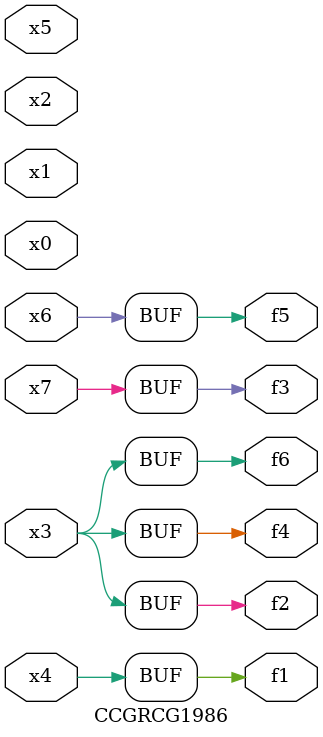
<source format=v>
module CCGRCG1986(
	input x0, x1, x2, x3, x4, x5, x6, x7,
	output f1, f2, f3, f4, f5, f6
);
	assign f1 = x4;
	assign f2 = x3;
	assign f3 = x7;
	assign f4 = x3;
	assign f5 = x6;
	assign f6 = x3;
endmodule

</source>
